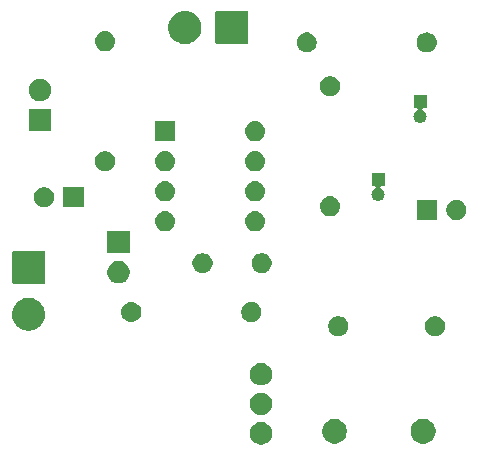
<source format=gbs>
G04 #@! TF.GenerationSoftware,KiCad,Pcbnew,(5.1.2)-1*
G04 #@! TF.CreationDate,2019-06-20T14:25:27-05:00*
G04 #@! TF.ProjectId,montaje,6d6f6e74-616a-4652-9e6b-696361645f70,rev?*
G04 #@! TF.SameCoordinates,Original*
G04 #@! TF.FileFunction,Soldermask,Bot*
G04 #@! TF.FilePolarity,Negative*
%FSLAX46Y46*%
G04 Gerber Fmt 4.6, Leading zero omitted, Abs format (unit mm)*
G04 Created by KiCad (PCBNEW (5.1.2)-1) date 2019-06-20 14:25:27*
%MOMM*%
%LPD*%
G04 APERTURE LIST*
%ADD10C,0.100000*%
G04 APERTURE END LIST*
D10*
G36*
X174775395Y-113559546D02*
G01*
X174948466Y-113631234D01*
X174948467Y-113631235D01*
X175104227Y-113735310D01*
X175236690Y-113867773D01*
X175236691Y-113867775D01*
X175340766Y-114023534D01*
X175412454Y-114196605D01*
X175449000Y-114380333D01*
X175449000Y-114567667D01*
X175412454Y-114751395D01*
X175340766Y-114924466D01*
X175340765Y-114924467D01*
X175236690Y-115080227D01*
X175104227Y-115212690D01*
X175025818Y-115265081D01*
X174948466Y-115316766D01*
X174775395Y-115388454D01*
X174591667Y-115425000D01*
X174404333Y-115425000D01*
X174220605Y-115388454D01*
X174047534Y-115316766D01*
X173970182Y-115265081D01*
X173891773Y-115212690D01*
X173759310Y-115080227D01*
X173655235Y-114924467D01*
X173655234Y-114924466D01*
X173583546Y-114751395D01*
X173547000Y-114567667D01*
X173547000Y-114380333D01*
X173583546Y-114196605D01*
X173655234Y-114023534D01*
X173759309Y-113867775D01*
X173759310Y-113867773D01*
X173891773Y-113735310D01*
X174047533Y-113631235D01*
X174047534Y-113631234D01*
X174220605Y-113559546D01*
X174404333Y-113523000D01*
X174591667Y-113523000D01*
X174775395Y-113559546D01*
X174775395Y-113559546D01*
G37*
G36*
X188527564Y-113289389D02*
G01*
X188718833Y-113368615D01*
X188718835Y-113368616D01*
X188890973Y-113483635D01*
X189037365Y-113630027D01*
X189152385Y-113802167D01*
X189231611Y-113993436D01*
X189272000Y-114196484D01*
X189272000Y-114403516D01*
X189231611Y-114606564D01*
X189171620Y-114751395D01*
X189152384Y-114797835D01*
X189037365Y-114969973D01*
X188890973Y-115116365D01*
X188718835Y-115231384D01*
X188718834Y-115231385D01*
X188718833Y-115231385D01*
X188527564Y-115310611D01*
X188324516Y-115351000D01*
X188117484Y-115351000D01*
X187914436Y-115310611D01*
X187723167Y-115231385D01*
X187723166Y-115231385D01*
X187723165Y-115231384D01*
X187551027Y-115116365D01*
X187404635Y-114969973D01*
X187289616Y-114797835D01*
X187270380Y-114751395D01*
X187210389Y-114606564D01*
X187170000Y-114403516D01*
X187170000Y-114196484D01*
X187210389Y-113993436D01*
X187289615Y-113802167D01*
X187404635Y-113630027D01*
X187551027Y-113483635D01*
X187723165Y-113368616D01*
X187723167Y-113368615D01*
X187914436Y-113289389D01*
X188117484Y-113249000D01*
X188324516Y-113249000D01*
X188527564Y-113289389D01*
X188527564Y-113289389D01*
G37*
G36*
X181027564Y-113289389D02*
G01*
X181218833Y-113368615D01*
X181218835Y-113368616D01*
X181390973Y-113483635D01*
X181537365Y-113630027D01*
X181652385Y-113802167D01*
X181731611Y-113993436D01*
X181772000Y-114196484D01*
X181772000Y-114403516D01*
X181731611Y-114606564D01*
X181671620Y-114751395D01*
X181652384Y-114797835D01*
X181537365Y-114969973D01*
X181390973Y-115116365D01*
X181218835Y-115231384D01*
X181218834Y-115231385D01*
X181218833Y-115231385D01*
X181027564Y-115310611D01*
X180824516Y-115351000D01*
X180617484Y-115351000D01*
X180414436Y-115310611D01*
X180223167Y-115231385D01*
X180223166Y-115231385D01*
X180223165Y-115231384D01*
X180051027Y-115116365D01*
X179904635Y-114969973D01*
X179789616Y-114797835D01*
X179770380Y-114751395D01*
X179710389Y-114606564D01*
X179670000Y-114403516D01*
X179670000Y-114196484D01*
X179710389Y-113993436D01*
X179789615Y-113802167D01*
X179904635Y-113630027D01*
X180051027Y-113483635D01*
X180223165Y-113368616D01*
X180223167Y-113368615D01*
X180414436Y-113289389D01*
X180617484Y-113249000D01*
X180824516Y-113249000D01*
X181027564Y-113289389D01*
X181027564Y-113289389D01*
G37*
G36*
X174775395Y-111059546D02*
G01*
X174948466Y-111131234D01*
X174948467Y-111131235D01*
X175104227Y-111235310D01*
X175236690Y-111367773D01*
X175236691Y-111367775D01*
X175340766Y-111523534D01*
X175412454Y-111696605D01*
X175449000Y-111880333D01*
X175449000Y-112067667D01*
X175412454Y-112251395D01*
X175340766Y-112424466D01*
X175340765Y-112424467D01*
X175236690Y-112580227D01*
X175104227Y-112712690D01*
X175025818Y-112765081D01*
X174948466Y-112816766D01*
X174775395Y-112888454D01*
X174591667Y-112925000D01*
X174404333Y-112925000D01*
X174220605Y-112888454D01*
X174047534Y-112816766D01*
X173970182Y-112765081D01*
X173891773Y-112712690D01*
X173759310Y-112580227D01*
X173655235Y-112424467D01*
X173655234Y-112424466D01*
X173583546Y-112251395D01*
X173547000Y-112067667D01*
X173547000Y-111880333D01*
X173583546Y-111696605D01*
X173655234Y-111523534D01*
X173759309Y-111367775D01*
X173759310Y-111367773D01*
X173891773Y-111235310D01*
X174047533Y-111131235D01*
X174047534Y-111131234D01*
X174220605Y-111059546D01*
X174404333Y-111023000D01*
X174591667Y-111023000D01*
X174775395Y-111059546D01*
X174775395Y-111059546D01*
G37*
G36*
X174775395Y-108559546D02*
G01*
X174948466Y-108631234D01*
X174948467Y-108631235D01*
X175104227Y-108735310D01*
X175236690Y-108867773D01*
X175236691Y-108867775D01*
X175340766Y-109023534D01*
X175412454Y-109196605D01*
X175449000Y-109380333D01*
X175449000Y-109567667D01*
X175412454Y-109751395D01*
X175340766Y-109924466D01*
X175340765Y-109924467D01*
X175236690Y-110080227D01*
X175104227Y-110212690D01*
X175025818Y-110265081D01*
X174948466Y-110316766D01*
X174775395Y-110388454D01*
X174591667Y-110425000D01*
X174404333Y-110425000D01*
X174220605Y-110388454D01*
X174047534Y-110316766D01*
X173970182Y-110265081D01*
X173891773Y-110212690D01*
X173759310Y-110080227D01*
X173655235Y-109924467D01*
X173655234Y-109924466D01*
X173583546Y-109751395D01*
X173547000Y-109567667D01*
X173547000Y-109380333D01*
X173583546Y-109196605D01*
X173655234Y-109023534D01*
X173759309Y-108867775D01*
X173759310Y-108867773D01*
X173891773Y-108735310D01*
X174047533Y-108631235D01*
X174047534Y-108631234D01*
X174220605Y-108559546D01*
X174404333Y-108523000D01*
X174591667Y-108523000D01*
X174775395Y-108559546D01*
X174775395Y-108559546D01*
G37*
G36*
X181278228Y-104591703D02*
G01*
X181433100Y-104655853D01*
X181572481Y-104748985D01*
X181691015Y-104867519D01*
X181784147Y-105006900D01*
X181848297Y-105161772D01*
X181881000Y-105326184D01*
X181881000Y-105493816D01*
X181848297Y-105658228D01*
X181784147Y-105813100D01*
X181691015Y-105952481D01*
X181572481Y-106071015D01*
X181433100Y-106164147D01*
X181278228Y-106228297D01*
X181113816Y-106261000D01*
X180946184Y-106261000D01*
X180781772Y-106228297D01*
X180626900Y-106164147D01*
X180487519Y-106071015D01*
X180368985Y-105952481D01*
X180275853Y-105813100D01*
X180211703Y-105658228D01*
X180179000Y-105493816D01*
X180179000Y-105326184D01*
X180211703Y-105161772D01*
X180275853Y-105006900D01*
X180368985Y-104867519D01*
X180487519Y-104748985D01*
X180626900Y-104655853D01*
X180781772Y-104591703D01*
X180946184Y-104559000D01*
X181113816Y-104559000D01*
X181278228Y-104591703D01*
X181278228Y-104591703D01*
G37*
G36*
X189478228Y-104591703D02*
G01*
X189633100Y-104655853D01*
X189772481Y-104748985D01*
X189891015Y-104867519D01*
X189984147Y-105006900D01*
X190048297Y-105161772D01*
X190081000Y-105326184D01*
X190081000Y-105493816D01*
X190048297Y-105658228D01*
X189984147Y-105813100D01*
X189891015Y-105952481D01*
X189772481Y-106071015D01*
X189633100Y-106164147D01*
X189478228Y-106228297D01*
X189313816Y-106261000D01*
X189146184Y-106261000D01*
X188981772Y-106228297D01*
X188826900Y-106164147D01*
X188687519Y-106071015D01*
X188568985Y-105952481D01*
X188475853Y-105813100D01*
X188411703Y-105658228D01*
X188379000Y-105493816D01*
X188379000Y-105326184D01*
X188411703Y-105161772D01*
X188475853Y-105006900D01*
X188568985Y-104867519D01*
X188687519Y-104748985D01*
X188826900Y-104655853D01*
X188981772Y-104591703D01*
X189146184Y-104559000D01*
X189313816Y-104559000D01*
X189478228Y-104591703D01*
X189478228Y-104591703D01*
G37*
G36*
X155131433Y-103028893D02*
G01*
X155221657Y-103046839D01*
X155327267Y-103090585D01*
X155476621Y-103152449D01*
X155476622Y-103152450D01*
X155706086Y-103305772D01*
X155901228Y-103500914D01*
X155966660Y-103598841D01*
X156054551Y-103730379D01*
X156083556Y-103800403D01*
X156147705Y-103955271D01*
X156160161Y-103985344D01*
X156214000Y-104256012D01*
X156214000Y-104531988D01*
X156178107Y-104712433D01*
X156160161Y-104802657D01*
X156116415Y-104908267D01*
X156054551Y-105057621D01*
X156054550Y-105057622D01*
X155901228Y-105287086D01*
X155706086Y-105482228D01*
X155552763Y-105584675D01*
X155476621Y-105635551D01*
X155421871Y-105658229D01*
X155221657Y-105741161D01*
X155131433Y-105759107D01*
X154950988Y-105795000D01*
X154675012Y-105795000D01*
X154494567Y-105759107D01*
X154404343Y-105741161D01*
X154204129Y-105658229D01*
X154149379Y-105635551D01*
X154073237Y-105584675D01*
X153919914Y-105482228D01*
X153724772Y-105287086D01*
X153571450Y-105057622D01*
X153571449Y-105057621D01*
X153509585Y-104908267D01*
X153465839Y-104802657D01*
X153447893Y-104712433D01*
X153412000Y-104531988D01*
X153412000Y-104256012D01*
X153465839Y-103985344D01*
X153478296Y-103955271D01*
X153542444Y-103800403D01*
X153571449Y-103730379D01*
X153659340Y-103598841D01*
X153724772Y-103500914D01*
X153919914Y-103305772D01*
X154149378Y-103152450D01*
X154149379Y-103152449D01*
X154298733Y-103090585D01*
X154404343Y-103046839D01*
X154494567Y-103028893D01*
X154675012Y-102993000D01*
X154950988Y-102993000D01*
X155131433Y-103028893D01*
X155131433Y-103028893D01*
G37*
G36*
X163679323Y-103364813D02*
G01*
X163839742Y-103413476D01*
X163906861Y-103449352D01*
X163987578Y-103492496D01*
X164117159Y-103598841D01*
X164223504Y-103728422D01*
X164223505Y-103728424D01*
X164302524Y-103876258D01*
X164351187Y-104036677D01*
X164367617Y-104203500D01*
X164351187Y-104370323D01*
X164302524Y-104530742D01*
X164261977Y-104606600D01*
X164223504Y-104678578D01*
X164117159Y-104808159D01*
X163987578Y-104914504D01*
X163987576Y-104914505D01*
X163839742Y-104993524D01*
X163679323Y-105042187D01*
X163554304Y-105054500D01*
X163470696Y-105054500D01*
X163345677Y-105042187D01*
X163185258Y-104993524D01*
X163037424Y-104914505D01*
X163037422Y-104914504D01*
X162907841Y-104808159D01*
X162801496Y-104678578D01*
X162763023Y-104606600D01*
X162722476Y-104530742D01*
X162673813Y-104370323D01*
X162657383Y-104203500D01*
X162673813Y-104036677D01*
X162722476Y-103876258D01*
X162801495Y-103728424D01*
X162801496Y-103728422D01*
X162907841Y-103598841D01*
X163037422Y-103492496D01*
X163118139Y-103449352D01*
X163185258Y-103413476D01*
X163345677Y-103364813D01*
X163470696Y-103352500D01*
X163554304Y-103352500D01*
X163679323Y-103364813D01*
X163679323Y-103364813D01*
G37*
G36*
X173920728Y-103385203D02*
G01*
X174075600Y-103449353D01*
X174214981Y-103542485D01*
X174333515Y-103661019D01*
X174426647Y-103800400D01*
X174490797Y-103955272D01*
X174523500Y-104119684D01*
X174523500Y-104287316D01*
X174490797Y-104451728D01*
X174426647Y-104606600D01*
X174333515Y-104745981D01*
X174214981Y-104864515D01*
X174075600Y-104957647D01*
X173920728Y-105021797D01*
X173756316Y-105054500D01*
X173588684Y-105054500D01*
X173424272Y-105021797D01*
X173269400Y-104957647D01*
X173130019Y-104864515D01*
X173011485Y-104745981D01*
X172918353Y-104606600D01*
X172854203Y-104451728D01*
X172821500Y-104287316D01*
X172821500Y-104119684D01*
X172854203Y-103955272D01*
X172918353Y-103800400D01*
X173011485Y-103661019D01*
X173130019Y-103542485D01*
X173269400Y-103449353D01*
X173424272Y-103385203D01*
X173588684Y-103352500D01*
X173756316Y-103352500D01*
X173920728Y-103385203D01*
X173920728Y-103385203D01*
G37*
G36*
X156087031Y-99036621D02*
G01*
X156116486Y-99045556D01*
X156143623Y-99060062D01*
X156167414Y-99079586D01*
X156186938Y-99103377D01*
X156201444Y-99130514D01*
X156210379Y-99159969D01*
X156214000Y-99196734D01*
X156214000Y-101671266D01*
X156210379Y-101708031D01*
X156201444Y-101737486D01*
X156186938Y-101764623D01*
X156167414Y-101788414D01*
X156143623Y-101807938D01*
X156116486Y-101822444D01*
X156087031Y-101831379D01*
X156050266Y-101835000D01*
X153575734Y-101835000D01*
X153538969Y-101831379D01*
X153509514Y-101822444D01*
X153482377Y-101807938D01*
X153458586Y-101788414D01*
X153439062Y-101764623D01*
X153424556Y-101737486D01*
X153415621Y-101708031D01*
X153412000Y-101671266D01*
X153412000Y-99196734D01*
X153415621Y-99159969D01*
X153424556Y-99130514D01*
X153439062Y-99103377D01*
X153458586Y-99079586D01*
X153482377Y-99060062D01*
X153509514Y-99045556D01*
X153538969Y-99036621D01*
X153575734Y-99033000D01*
X156050266Y-99033000D01*
X156087031Y-99036621D01*
X156087031Y-99036621D01*
G37*
G36*
X162710395Y-99923546D02*
G01*
X162883466Y-99995234D01*
X162883467Y-99995235D01*
X163039227Y-100099310D01*
X163171690Y-100231773D01*
X163171691Y-100231775D01*
X163275766Y-100387534D01*
X163347454Y-100560605D01*
X163384000Y-100744333D01*
X163384000Y-100931667D01*
X163347454Y-101115395D01*
X163275766Y-101288466D01*
X163275765Y-101288467D01*
X163171690Y-101444227D01*
X163039227Y-101576690D01*
X162965175Y-101626170D01*
X162883466Y-101680766D01*
X162710395Y-101752454D01*
X162526667Y-101789000D01*
X162339333Y-101789000D01*
X162155605Y-101752454D01*
X161982534Y-101680766D01*
X161900825Y-101626170D01*
X161826773Y-101576690D01*
X161694310Y-101444227D01*
X161590235Y-101288467D01*
X161590234Y-101288466D01*
X161518546Y-101115395D01*
X161482000Y-100931667D01*
X161482000Y-100744333D01*
X161518546Y-100560605D01*
X161590234Y-100387534D01*
X161694309Y-100231775D01*
X161694310Y-100231773D01*
X161826773Y-100099310D01*
X161982533Y-99995235D01*
X161982534Y-99995234D01*
X162155605Y-99923546D01*
X162339333Y-99887000D01*
X162526667Y-99887000D01*
X162710395Y-99923546D01*
X162710395Y-99923546D01*
G37*
G36*
X174793228Y-99257703D02*
G01*
X174948100Y-99321853D01*
X175087481Y-99414985D01*
X175206015Y-99533519D01*
X175299147Y-99672900D01*
X175363297Y-99827772D01*
X175396000Y-99992184D01*
X175396000Y-100159816D01*
X175363297Y-100324228D01*
X175299147Y-100479100D01*
X175206015Y-100618481D01*
X175087481Y-100737015D01*
X174948100Y-100830147D01*
X174793228Y-100894297D01*
X174628816Y-100927000D01*
X174461184Y-100927000D01*
X174296772Y-100894297D01*
X174141900Y-100830147D01*
X174002519Y-100737015D01*
X173883985Y-100618481D01*
X173790853Y-100479100D01*
X173726703Y-100324228D01*
X173694000Y-100159816D01*
X173694000Y-99992184D01*
X173726703Y-99827772D01*
X173790853Y-99672900D01*
X173883985Y-99533519D01*
X174002519Y-99414985D01*
X174141900Y-99321853D01*
X174296772Y-99257703D01*
X174461184Y-99225000D01*
X174628816Y-99225000D01*
X174793228Y-99257703D01*
X174793228Y-99257703D01*
G37*
G36*
X169793228Y-99257703D02*
G01*
X169948100Y-99321853D01*
X170087481Y-99414985D01*
X170206015Y-99533519D01*
X170299147Y-99672900D01*
X170363297Y-99827772D01*
X170396000Y-99992184D01*
X170396000Y-100159816D01*
X170363297Y-100324228D01*
X170299147Y-100479100D01*
X170206015Y-100618481D01*
X170087481Y-100737015D01*
X169948100Y-100830147D01*
X169793228Y-100894297D01*
X169628816Y-100927000D01*
X169461184Y-100927000D01*
X169296772Y-100894297D01*
X169141900Y-100830147D01*
X169002519Y-100737015D01*
X168883985Y-100618481D01*
X168790853Y-100479100D01*
X168726703Y-100324228D01*
X168694000Y-100159816D01*
X168694000Y-99992184D01*
X168726703Y-99827772D01*
X168790853Y-99672900D01*
X168883985Y-99533519D01*
X169002519Y-99414985D01*
X169141900Y-99321853D01*
X169296772Y-99257703D01*
X169461184Y-99225000D01*
X169628816Y-99225000D01*
X169793228Y-99257703D01*
X169793228Y-99257703D01*
G37*
G36*
X163384000Y-99249000D02*
G01*
X161482000Y-99249000D01*
X161482000Y-97347000D01*
X163384000Y-97347000D01*
X163384000Y-99249000D01*
X163384000Y-99249000D01*
G37*
G36*
X174156823Y-95681313D02*
G01*
X174317242Y-95729976D01*
X174449906Y-95800886D01*
X174465078Y-95808996D01*
X174594659Y-95915341D01*
X174701004Y-96044922D01*
X174701005Y-96044924D01*
X174780024Y-96192758D01*
X174828687Y-96353177D01*
X174845117Y-96520000D01*
X174828687Y-96686823D01*
X174780024Y-96847242D01*
X174709114Y-96979906D01*
X174701004Y-96995078D01*
X174594659Y-97124659D01*
X174465078Y-97231004D01*
X174465076Y-97231005D01*
X174317242Y-97310024D01*
X174156823Y-97358687D01*
X174031804Y-97371000D01*
X173948196Y-97371000D01*
X173823177Y-97358687D01*
X173662758Y-97310024D01*
X173514924Y-97231005D01*
X173514922Y-97231004D01*
X173385341Y-97124659D01*
X173278996Y-96995078D01*
X173270886Y-96979906D01*
X173199976Y-96847242D01*
X173151313Y-96686823D01*
X173134883Y-96520000D01*
X173151313Y-96353177D01*
X173199976Y-96192758D01*
X173278995Y-96044924D01*
X173278996Y-96044922D01*
X173385341Y-95915341D01*
X173514922Y-95808996D01*
X173530094Y-95800886D01*
X173662758Y-95729976D01*
X173823177Y-95681313D01*
X173948196Y-95669000D01*
X174031804Y-95669000D01*
X174156823Y-95681313D01*
X174156823Y-95681313D01*
G37*
G36*
X166536823Y-95681313D02*
G01*
X166697242Y-95729976D01*
X166829906Y-95800886D01*
X166845078Y-95808996D01*
X166974659Y-95915341D01*
X167081004Y-96044922D01*
X167081005Y-96044924D01*
X167160024Y-96192758D01*
X167208687Y-96353177D01*
X167225117Y-96520000D01*
X167208687Y-96686823D01*
X167160024Y-96847242D01*
X167089114Y-96979906D01*
X167081004Y-96995078D01*
X166974659Y-97124659D01*
X166845078Y-97231004D01*
X166845076Y-97231005D01*
X166697242Y-97310024D01*
X166536823Y-97358687D01*
X166411804Y-97371000D01*
X166328196Y-97371000D01*
X166203177Y-97358687D01*
X166042758Y-97310024D01*
X165894924Y-97231005D01*
X165894922Y-97231004D01*
X165765341Y-97124659D01*
X165658996Y-96995078D01*
X165650886Y-96979906D01*
X165579976Y-96847242D01*
X165531313Y-96686823D01*
X165514883Y-96520000D01*
X165531313Y-96353177D01*
X165579976Y-96192758D01*
X165658995Y-96044924D01*
X165658996Y-96044922D01*
X165765341Y-95915341D01*
X165894922Y-95808996D01*
X165910094Y-95800886D01*
X166042758Y-95729976D01*
X166203177Y-95681313D01*
X166328196Y-95669000D01*
X166411804Y-95669000D01*
X166536823Y-95681313D01*
X166536823Y-95681313D01*
G37*
G36*
X189382500Y-96418500D02*
G01*
X187680500Y-96418500D01*
X187680500Y-94716500D01*
X189382500Y-94716500D01*
X189382500Y-96418500D01*
X189382500Y-96418500D01*
G37*
G36*
X191279728Y-94749203D02*
G01*
X191434600Y-94813353D01*
X191573981Y-94906485D01*
X191692515Y-95025019D01*
X191785647Y-95164400D01*
X191849797Y-95319272D01*
X191882500Y-95483684D01*
X191882500Y-95651316D01*
X191849797Y-95815728D01*
X191785647Y-95970600D01*
X191692515Y-96109981D01*
X191573981Y-96228515D01*
X191434600Y-96321647D01*
X191279728Y-96385797D01*
X191115316Y-96418500D01*
X190947684Y-96418500D01*
X190783272Y-96385797D01*
X190628400Y-96321647D01*
X190489019Y-96228515D01*
X190370485Y-96109981D01*
X190277353Y-95970600D01*
X190213203Y-95815728D01*
X190180500Y-95651316D01*
X190180500Y-95483684D01*
X190213203Y-95319272D01*
X190277353Y-95164400D01*
X190370485Y-95025019D01*
X190489019Y-94906485D01*
X190628400Y-94813353D01*
X190783272Y-94749203D01*
X190947684Y-94716500D01*
X191115316Y-94716500D01*
X191279728Y-94749203D01*
X191279728Y-94749203D01*
G37*
G36*
X180506823Y-94411313D02*
G01*
X180667242Y-94459976D01*
X180799906Y-94530886D01*
X180815078Y-94538996D01*
X180944659Y-94645341D01*
X181051004Y-94774922D01*
X181051005Y-94774924D01*
X181130024Y-94922758D01*
X181178687Y-95083177D01*
X181195117Y-95250000D01*
X181178687Y-95416823D01*
X181130024Y-95577242D01*
X181080978Y-95669000D01*
X181051004Y-95725078D01*
X180944659Y-95854659D01*
X180815078Y-95961004D01*
X180815076Y-95961005D01*
X180667242Y-96040024D01*
X180506823Y-96088687D01*
X180381804Y-96101000D01*
X180298196Y-96101000D01*
X180173177Y-96088687D01*
X180012758Y-96040024D01*
X179864924Y-95961005D01*
X179864922Y-95961004D01*
X179735341Y-95854659D01*
X179628996Y-95725078D01*
X179599022Y-95669000D01*
X179549976Y-95577242D01*
X179501313Y-95416823D01*
X179484883Y-95250000D01*
X179501313Y-95083177D01*
X179549976Y-94922758D01*
X179628995Y-94774924D01*
X179628996Y-94774922D01*
X179735341Y-94645341D01*
X179864922Y-94538996D01*
X179880094Y-94530886D01*
X180012758Y-94459976D01*
X180173177Y-94411313D01*
X180298196Y-94399000D01*
X180381804Y-94399000D01*
X180506823Y-94411313D01*
X180506823Y-94411313D01*
G37*
G36*
X156371228Y-93669703D02*
G01*
X156526100Y-93733853D01*
X156665481Y-93826985D01*
X156784015Y-93945519D01*
X156877147Y-94084900D01*
X156941297Y-94239772D01*
X156974000Y-94404184D01*
X156974000Y-94571816D01*
X156941297Y-94736228D01*
X156877147Y-94891100D01*
X156784015Y-95030481D01*
X156665481Y-95149015D01*
X156526100Y-95242147D01*
X156371228Y-95306297D01*
X156206816Y-95339000D01*
X156039184Y-95339000D01*
X155874772Y-95306297D01*
X155719900Y-95242147D01*
X155580519Y-95149015D01*
X155461985Y-95030481D01*
X155368853Y-94891100D01*
X155304703Y-94736228D01*
X155272000Y-94571816D01*
X155272000Y-94404184D01*
X155304703Y-94239772D01*
X155368853Y-94084900D01*
X155461985Y-93945519D01*
X155580519Y-93826985D01*
X155719900Y-93733853D01*
X155874772Y-93669703D01*
X156039184Y-93637000D01*
X156206816Y-93637000D01*
X156371228Y-93669703D01*
X156371228Y-93669703D01*
G37*
G36*
X159474000Y-95339000D02*
G01*
X157772000Y-95339000D01*
X157772000Y-93637000D01*
X159474000Y-93637000D01*
X159474000Y-95339000D01*
X159474000Y-95339000D01*
G37*
G36*
X166536823Y-93141313D02*
G01*
X166697242Y-93189976D01*
X166829906Y-93260886D01*
X166845078Y-93268996D01*
X166974659Y-93375341D01*
X167081004Y-93504922D01*
X167081005Y-93504924D01*
X167160024Y-93652758D01*
X167208687Y-93813177D01*
X167225117Y-93980000D01*
X167208687Y-94146823D01*
X167160024Y-94307242D01*
X167141438Y-94342013D01*
X167081004Y-94455078D01*
X166974659Y-94584659D01*
X166845078Y-94691004D01*
X166845076Y-94691005D01*
X166697242Y-94770024D01*
X166536823Y-94818687D01*
X166411804Y-94831000D01*
X166328196Y-94831000D01*
X166203177Y-94818687D01*
X166042758Y-94770024D01*
X165894924Y-94691005D01*
X165894922Y-94691004D01*
X165765341Y-94584659D01*
X165658996Y-94455078D01*
X165598562Y-94342013D01*
X165579976Y-94307242D01*
X165531313Y-94146823D01*
X165514883Y-93980000D01*
X165531313Y-93813177D01*
X165579976Y-93652758D01*
X165658995Y-93504924D01*
X165658996Y-93504922D01*
X165765341Y-93375341D01*
X165894922Y-93268996D01*
X165910094Y-93260886D01*
X166042758Y-93189976D01*
X166203177Y-93141313D01*
X166328196Y-93129000D01*
X166411804Y-93129000D01*
X166536823Y-93141313D01*
X166536823Y-93141313D01*
G37*
G36*
X174156823Y-93141313D02*
G01*
X174317242Y-93189976D01*
X174449906Y-93260886D01*
X174465078Y-93268996D01*
X174594659Y-93375341D01*
X174701004Y-93504922D01*
X174701005Y-93504924D01*
X174780024Y-93652758D01*
X174828687Y-93813177D01*
X174845117Y-93980000D01*
X174828687Y-94146823D01*
X174780024Y-94307242D01*
X174761438Y-94342013D01*
X174701004Y-94455078D01*
X174594659Y-94584659D01*
X174465078Y-94691004D01*
X174465076Y-94691005D01*
X174317242Y-94770024D01*
X174156823Y-94818687D01*
X174031804Y-94831000D01*
X173948196Y-94831000D01*
X173823177Y-94818687D01*
X173662758Y-94770024D01*
X173514924Y-94691005D01*
X173514922Y-94691004D01*
X173385341Y-94584659D01*
X173278996Y-94455078D01*
X173218562Y-94342013D01*
X173199976Y-94307242D01*
X173151313Y-94146823D01*
X173134883Y-93980000D01*
X173151313Y-93813177D01*
X173199976Y-93652758D01*
X173278995Y-93504924D01*
X173278996Y-93504922D01*
X173385341Y-93375341D01*
X173514922Y-93268996D01*
X173530094Y-93260886D01*
X173662758Y-93189976D01*
X173823177Y-93141313D01*
X173948196Y-93129000D01*
X174031804Y-93129000D01*
X174156823Y-93141313D01*
X174156823Y-93141313D01*
G37*
G36*
X184955000Y-93515000D02*
G01*
X184726735Y-93515000D01*
X184702349Y-93517402D01*
X184678900Y-93524515D01*
X184657289Y-93536066D01*
X184638347Y-93551611D01*
X184622802Y-93570553D01*
X184611251Y-93592164D01*
X184604138Y-93615613D01*
X184601736Y-93639999D01*
X184604138Y-93664385D01*
X184611251Y-93687834D01*
X184622802Y-93709445D01*
X184638347Y-93728387D01*
X184657289Y-93743932D01*
X184667802Y-93750233D01*
X184711600Y-93773644D01*
X184711602Y-93773645D01*
X184711601Y-93773645D01*
X184795501Y-93842499D01*
X184864357Y-93926400D01*
X184900995Y-93994945D01*
X184915521Y-94022121D01*
X184947027Y-94125985D01*
X184957666Y-94234000D01*
X184947027Y-94342015D01*
X184915521Y-94445879D01*
X184915519Y-94445882D01*
X184864357Y-94541600D01*
X184795501Y-94625501D01*
X184711600Y-94694357D01*
X184643055Y-94730995D01*
X184615879Y-94745521D01*
X184512015Y-94777027D01*
X184431067Y-94785000D01*
X184376933Y-94785000D01*
X184295985Y-94777027D01*
X184192121Y-94745521D01*
X184164945Y-94730995D01*
X184096400Y-94694357D01*
X184012499Y-94625501D01*
X183943643Y-94541600D01*
X183892481Y-94445882D01*
X183892479Y-94445879D01*
X183860973Y-94342015D01*
X183850334Y-94234000D01*
X183860973Y-94125985D01*
X183892479Y-94022121D01*
X183907005Y-93994945D01*
X183943643Y-93926400D01*
X184012499Y-93842499D01*
X184096399Y-93773645D01*
X184096398Y-93773645D01*
X184096400Y-93773644D01*
X184140193Y-93750236D01*
X184160563Y-93736625D01*
X184177890Y-93719298D01*
X184191504Y-93698924D01*
X184200881Y-93676285D01*
X184205662Y-93652252D01*
X184205662Y-93627748D01*
X184200882Y-93603714D01*
X184191505Y-93581076D01*
X184177891Y-93560701D01*
X184160564Y-93543374D01*
X184140190Y-93529760D01*
X184117551Y-93520383D01*
X184093518Y-93515602D01*
X184081265Y-93515000D01*
X183853000Y-93515000D01*
X183853000Y-92413000D01*
X184955000Y-92413000D01*
X184955000Y-93515000D01*
X184955000Y-93515000D01*
G37*
G36*
X174156823Y-90601313D02*
G01*
X174317242Y-90649976D01*
X174384361Y-90685852D01*
X174465078Y-90728996D01*
X174594659Y-90835341D01*
X174701004Y-90964922D01*
X174701005Y-90964924D01*
X174780024Y-91112758D01*
X174828687Y-91273177D01*
X174845117Y-91440000D01*
X174828687Y-91606823D01*
X174780024Y-91767242D01*
X174739477Y-91843100D01*
X174701004Y-91915078D01*
X174594659Y-92044659D01*
X174465078Y-92151004D01*
X174465076Y-92151005D01*
X174317242Y-92230024D01*
X174156823Y-92278687D01*
X174031804Y-92291000D01*
X173948196Y-92291000D01*
X173823177Y-92278687D01*
X173662758Y-92230024D01*
X173514924Y-92151005D01*
X173514922Y-92151004D01*
X173385341Y-92044659D01*
X173278996Y-91915078D01*
X173240523Y-91843100D01*
X173199976Y-91767242D01*
X173151313Y-91606823D01*
X173134883Y-91440000D01*
X173151313Y-91273177D01*
X173199976Y-91112758D01*
X173278995Y-90964924D01*
X173278996Y-90964922D01*
X173385341Y-90835341D01*
X173514922Y-90728996D01*
X173595639Y-90685852D01*
X173662758Y-90649976D01*
X173823177Y-90601313D01*
X173948196Y-90589000D01*
X174031804Y-90589000D01*
X174156823Y-90601313D01*
X174156823Y-90601313D01*
G37*
G36*
X166536823Y-90601313D02*
G01*
X166697242Y-90649976D01*
X166764361Y-90685852D01*
X166845078Y-90728996D01*
X166974659Y-90835341D01*
X167081004Y-90964922D01*
X167081005Y-90964924D01*
X167160024Y-91112758D01*
X167208687Y-91273177D01*
X167225117Y-91440000D01*
X167208687Y-91606823D01*
X167160024Y-91767242D01*
X167119477Y-91843100D01*
X167081004Y-91915078D01*
X166974659Y-92044659D01*
X166845078Y-92151004D01*
X166845076Y-92151005D01*
X166697242Y-92230024D01*
X166536823Y-92278687D01*
X166411804Y-92291000D01*
X166328196Y-92291000D01*
X166203177Y-92278687D01*
X166042758Y-92230024D01*
X165894924Y-92151005D01*
X165894922Y-92151004D01*
X165765341Y-92044659D01*
X165658996Y-91915078D01*
X165620523Y-91843100D01*
X165579976Y-91767242D01*
X165531313Y-91606823D01*
X165514883Y-91440000D01*
X165531313Y-91273177D01*
X165579976Y-91112758D01*
X165658995Y-90964924D01*
X165658996Y-90964922D01*
X165765341Y-90835341D01*
X165894922Y-90728996D01*
X165975639Y-90685852D01*
X166042758Y-90649976D01*
X166203177Y-90601313D01*
X166328196Y-90589000D01*
X166411804Y-90589000D01*
X166536823Y-90601313D01*
X166536823Y-90601313D01*
G37*
G36*
X161538228Y-90621703D02*
G01*
X161693100Y-90685853D01*
X161832481Y-90778985D01*
X161951015Y-90897519D01*
X162044147Y-91036900D01*
X162108297Y-91191772D01*
X162141000Y-91356184D01*
X162141000Y-91523816D01*
X162108297Y-91688228D01*
X162044147Y-91843100D01*
X161951015Y-91982481D01*
X161832481Y-92101015D01*
X161693100Y-92194147D01*
X161538228Y-92258297D01*
X161373816Y-92291000D01*
X161206184Y-92291000D01*
X161041772Y-92258297D01*
X160886900Y-92194147D01*
X160747519Y-92101015D01*
X160628985Y-91982481D01*
X160535853Y-91843100D01*
X160471703Y-91688228D01*
X160439000Y-91523816D01*
X160439000Y-91356184D01*
X160471703Y-91191772D01*
X160535853Y-91036900D01*
X160628985Y-90897519D01*
X160747519Y-90778985D01*
X160886900Y-90685853D01*
X161041772Y-90621703D01*
X161206184Y-90589000D01*
X161373816Y-90589000D01*
X161538228Y-90621703D01*
X161538228Y-90621703D01*
G37*
G36*
X167221000Y-89751000D02*
G01*
X165519000Y-89751000D01*
X165519000Y-88049000D01*
X167221000Y-88049000D01*
X167221000Y-89751000D01*
X167221000Y-89751000D01*
G37*
G36*
X174156823Y-88061313D02*
G01*
X174317242Y-88109976D01*
X174376258Y-88141521D01*
X174465078Y-88188996D01*
X174594659Y-88295341D01*
X174701004Y-88424922D01*
X174701005Y-88424924D01*
X174780024Y-88572758D01*
X174828687Y-88733177D01*
X174845117Y-88900000D01*
X174828687Y-89066823D01*
X174780024Y-89227242D01*
X174709114Y-89359906D01*
X174701004Y-89375078D01*
X174594659Y-89504659D01*
X174465078Y-89611004D01*
X174465076Y-89611005D01*
X174317242Y-89690024D01*
X174156823Y-89738687D01*
X174031804Y-89751000D01*
X173948196Y-89751000D01*
X173823177Y-89738687D01*
X173662758Y-89690024D01*
X173514924Y-89611005D01*
X173514922Y-89611004D01*
X173385341Y-89504659D01*
X173278996Y-89375078D01*
X173270886Y-89359906D01*
X173199976Y-89227242D01*
X173151313Y-89066823D01*
X173134883Y-88900000D01*
X173151313Y-88733177D01*
X173199976Y-88572758D01*
X173278995Y-88424924D01*
X173278996Y-88424922D01*
X173385341Y-88295341D01*
X173514922Y-88188996D01*
X173603742Y-88141521D01*
X173662758Y-88109976D01*
X173823177Y-88061313D01*
X173948196Y-88049000D01*
X174031804Y-88049000D01*
X174156823Y-88061313D01*
X174156823Y-88061313D01*
G37*
G36*
X156716500Y-88898500D02*
G01*
X154814500Y-88898500D01*
X154814500Y-86996500D01*
X156716500Y-86996500D01*
X156716500Y-88898500D01*
X156716500Y-88898500D01*
G37*
G36*
X188511000Y-86911000D02*
G01*
X188282735Y-86911000D01*
X188258349Y-86913402D01*
X188234900Y-86920515D01*
X188213289Y-86932066D01*
X188194347Y-86947611D01*
X188178802Y-86966553D01*
X188167251Y-86988164D01*
X188160138Y-87011613D01*
X188157736Y-87035999D01*
X188160138Y-87060385D01*
X188167251Y-87083834D01*
X188178802Y-87105445D01*
X188194347Y-87124387D01*
X188213289Y-87139932D01*
X188223802Y-87146233D01*
X188267600Y-87169644D01*
X188267602Y-87169645D01*
X188267601Y-87169645D01*
X188351501Y-87238499D01*
X188420357Y-87322400D01*
X188456995Y-87390945D01*
X188471521Y-87418121D01*
X188503027Y-87521985D01*
X188513666Y-87630000D01*
X188503027Y-87738015D01*
X188471521Y-87841879D01*
X188471519Y-87841882D01*
X188420357Y-87937600D01*
X188351501Y-88021501D01*
X188267600Y-88090357D01*
X188199055Y-88126995D01*
X188171879Y-88141521D01*
X188068015Y-88173027D01*
X187987067Y-88181000D01*
X187932933Y-88181000D01*
X187851985Y-88173027D01*
X187748121Y-88141521D01*
X187720945Y-88126995D01*
X187652400Y-88090357D01*
X187568499Y-88021501D01*
X187499643Y-87937600D01*
X187448481Y-87841882D01*
X187448479Y-87841879D01*
X187416973Y-87738015D01*
X187406334Y-87630000D01*
X187416973Y-87521985D01*
X187448479Y-87418121D01*
X187463005Y-87390945D01*
X187499643Y-87322400D01*
X187568499Y-87238499D01*
X187652399Y-87169645D01*
X187652398Y-87169645D01*
X187652400Y-87169644D01*
X187696193Y-87146236D01*
X187716563Y-87132625D01*
X187733890Y-87115298D01*
X187747504Y-87094924D01*
X187756881Y-87072285D01*
X187761662Y-87048252D01*
X187761662Y-87023748D01*
X187756882Y-86999714D01*
X187747505Y-86977076D01*
X187733891Y-86956701D01*
X187716564Y-86939374D01*
X187696190Y-86925760D01*
X187673551Y-86916383D01*
X187649518Y-86911602D01*
X187637265Y-86911000D01*
X187409000Y-86911000D01*
X187409000Y-85809000D01*
X188511000Y-85809000D01*
X188511000Y-86911000D01*
X188511000Y-86911000D01*
G37*
G36*
X156042895Y-84493046D02*
G01*
X156215966Y-84564734D01*
X156215967Y-84564735D01*
X156371727Y-84668810D01*
X156504190Y-84801273D01*
X156504191Y-84801275D01*
X156608266Y-84957034D01*
X156679954Y-85130105D01*
X156716500Y-85313833D01*
X156716500Y-85501167D01*
X156679954Y-85684895D01*
X156608266Y-85857966D01*
X156608265Y-85857967D01*
X156504190Y-86013727D01*
X156371727Y-86146190D01*
X156293318Y-86198581D01*
X156215966Y-86250266D01*
X156042895Y-86321954D01*
X155859167Y-86358500D01*
X155671833Y-86358500D01*
X155488105Y-86321954D01*
X155315034Y-86250266D01*
X155237682Y-86198581D01*
X155159273Y-86146190D01*
X155026810Y-86013727D01*
X154922735Y-85857967D01*
X154922734Y-85857966D01*
X154851046Y-85684895D01*
X154814500Y-85501167D01*
X154814500Y-85313833D01*
X154851046Y-85130105D01*
X154922734Y-84957034D01*
X155026809Y-84801275D01*
X155026810Y-84801273D01*
X155159273Y-84668810D01*
X155315033Y-84564735D01*
X155315034Y-84564734D01*
X155488105Y-84493046D01*
X155671833Y-84456500D01*
X155859167Y-84456500D01*
X156042895Y-84493046D01*
X156042895Y-84493046D01*
G37*
G36*
X180588228Y-84271703D02*
G01*
X180743100Y-84335853D01*
X180882481Y-84428985D01*
X181001015Y-84547519D01*
X181094147Y-84686900D01*
X181158297Y-84841772D01*
X181191000Y-85006184D01*
X181191000Y-85173816D01*
X181158297Y-85338228D01*
X181094147Y-85493100D01*
X181001015Y-85632481D01*
X180882481Y-85751015D01*
X180743100Y-85844147D01*
X180588228Y-85908297D01*
X180423816Y-85941000D01*
X180256184Y-85941000D01*
X180091772Y-85908297D01*
X179936900Y-85844147D01*
X179797519Y-85751015D01*
X179678985Y-85632481D01*
X179585853Y-85493100D01*
X179521703Y-85338228D01*
X179489000Y-85173816D01*
X179489000Y-85006184D01*
X179521703Y-84841772D01*
X179585853Y-84686900D01*
X179678985Y-84547519D01*
X179797519Y-84428985D01*
X179936900Y-84335853D01*
X180091772Y-84271703D01*
X180256184Y-84239000D01*
X180423816Y-84239000D01*
X180588228Y-84271703D01*
X180588228Y-84271703D01*
G37*
G36*
X178607028Y-80563303D02*
G01*
X178761900Y-80627453D01*
X178901281Y-80720585D01*
X179019815Y-80839119D01*
X179112947Y-80978500D01*
X179177097Y-81133372D01*
X179209800Y-81297784D01*
X179209800Y-81465416D01*
X179177097Y-81629828D01*
X179112947Y-81784700D01*
X179019815Y-81924081D01*
X178901281Y-82042615D01*
X178761900Y-82135747D01*
X178607028Y-82199897D01*
X178442616Y-82232600D01*
X178274984Y-82232600D01*
X178110572Y-82199897D01*
X177955700Y-82135747D01*
X177816319Y-82042615D01*
X177697785Y-81924081D01*
X177604653Y-81784700D01*
X177540503Y-81629828D01*
X177507800Y-81465416D01*
X177507800Y-81297784D01*
X177540503Y-81133372D01*
X177604653Y-80978500D01*
X177697785Y-80839119D01*
X177816319Y-80720585D01*
X177955700Y-80627453D01*
X178110572Y-80563303D01*
X178274984Y-80530600D01*
X178442616Y-80530600D01*
X178607028Y-80563303D01*
X178607028Y-80563303D01*
G37*
G36*
X188685623Y-80542913D02*
G01*
X188846042Y-80591576D01*
X188913161Y-80627452D01*
X188993878Y-80670596D01*
X189123459Y-80776941D01*
X189229804Y-80906522D01*
X189229805Y-80906524D01*
X189308824Y-81054358D01*
X189357487Y-81214777D01*
X189373917Y-81381600D01*
X189357487Y-81548423D01*
X189308824Y-81708842D01*
X189268277Y-81784700D01*
X189229804Y-81856678D01*
X189123459Y-81986259D01*
X188993878Y-82092604D01*
X188993876Y-82092605D01*
X188846042Y-82171624D01*
X188685623Y-82220287D01*
X188560604Y-82232600D01*
X188476996Y-82232600D01*
X188351977Y-82220287D01*
X188191558Y-82171624D01*
X188043724Y-82092605D01*
X188043722Y-82092604D01*
X187914141Y-81986259D01*
X187807796Y-81856678D01*
X187769323Y-81784700D01*
X187728776Y-81708842D01*
X187680113Y-81548423D01*
X187663683Y-81381600D01*
X187680113Y-81214777D01*
X187728776Y-81054358D01*
X187807795Y-80906524D01*
X187807796Y-80906522D01*
X187914141Y-80776941D01*
X188043722Y-80670596D01*
X188124439Y-80627452D01*
X188191558Y-80591576D01*
X188351977Y-80542913D01*
X188476996Y-80530600D01*
X188560604Y-80530600D01*
X188685623Y-80542913D01*
X188685623Y-80542913D01*
G37*
G36*
X161456823Y-80441313D02*
G01*
X161617242Y-80489976D01*
X161693244Y-80530600D01*
X161765078Y-80568996D01*
X161894659Y-80675341D01*
X162001004Y-80804922D01*
X162001005Y-80804924D01*
X162080024Y-80952758D01*
X162128687Y-81113177D01*
X162145117Y-81280000D01*
X162128687Y-81446823D01*
X162080024Y-81607242D01*
X162009114Y-81739906D01*
X162001004Y-81755078D01*
X161894659Y-81884659D01*
X161765078Y-81991004D01*
X161765076Y-81991005D01*
X161617242Y-82070024D01*
X161456823Y-82118687D01*
X161331804Y-82131000D01*
X161248196Y-82131000D01*
X161123177Y-82118687D01*
X160962758Y-82070024D01*
X160814924Y-81991005D01*
X160814922Y-81991004D01*
X160685341Y-81884659D01*
X160578996Y-81755078D01*
X160570886Y-81739906D01*
X160499976Y-81607242D01*
X160451313Y-81446823D01*
X160434883Y-81280000D01*
X160451313Y-81113177D01*
X160499976Y-80952758D01*
X160578995Y-80804924D01*
X160578996Y-80804922D01*
X160685341Y-80675341D01*
X160814922Y-80568996D01*
X160886756Y-80530600D01*
X160962758Y-80489976D01*
X161123177Y-80441313D01*
X161248196Y-80429000D01*
X161331804Y-80429000D01*
X161456823Y-80441313D01*
X161456823Y-80441313D01*
G37*
G36*
X173282831Y-78714221D02*
G01*
X173312286Y-78723156D01*
X173339423Y-78737662D01*
X173363214Y-78757186D01*
X173382738Y-78780977D01*
X173397244Y-78808114D01*
X173406179Y-78837569D01*
X173409800Y-78874334D01*
X173409800Y-81348866D01*
X173406179Y-81385631D01*
X173397244Y-81415086D01*
X173382738Y-81442223D01*
X173363214Y-81466014D01*
X173339423Y-81485538D01*
X173312286Y-81500044D01*
X173282831Y-81508979D01*
X173246066Y-81512600D01*
X170771534Y-81512600D01*
X170734769Y-81508979D01*
X170705314Y-81500044D01*
X170678177Y-81485538D01*
X170654386Y-81466014D01*
X170634862Y-81442223D01*
X170620356Y-81415086D01*
X170611421Y-81385631D01*
X170607800Y-81348866D01*
X170607800Y-78874334D01*
X170611421Y-78837569D01*
X170620356Y-78808114D01*
X170634862Y-78780977D01*
X170654386Y-78757186D01*
X170678177Y-78737662D01*
X170705314Y-78723156D01*
X170734769Y-78714221D01*
X170771534Y-78710600D01*
X173246066Y-78710600D01*
X173282831Y-78714221D01*
X173282831Y-78714221D01*
G37*
G36*
X168322838Y-78737662D02*
G01*
X168457457Y-78764439D01*
X168562897Y-78808114D01*
X168712421Y-78870049D01*
X168786325Y-78919430D01*
X168941886Y-79023372D01*
X169137028Y-79218514D01*
X169239475Y-79371837D01*
X169290351Y-79447979D01*
X169352215Y-79597333D01*
X169395961Y-79702943D01*
X169449800Y-79973614D01*
X169449800Y-80249586D01*
X169395961Y-80520257D01*
X169378130Y-80563305D01*
X169290351Y-80775221D01*
X169270505Y-80804922D01*
X169137028Y-81004686D01*
X168941886Y-81199828D01*
X168862076Y-81253155D01*
X168712421Y-81353151D01*
X168634007Y-81385631D01*
X168457457Y-81458761D01*
X168367233Y-81476707D01*
X168186788Y-81512600D01*
X167910812Y-81512600D01*
X167730367Y-81476707D01*
X167640143Y-81458761D01*
X167463593Y-81385631D01*
X167385179Y-81353151D01*
X167235524Y-81253155D01*
X167155714Y-81199828D01*
X166960572Y-81004686D01*
X166827095Y-80804922D01*
X166807249Y-80775221D01*
X166719470Y-80563305D01*
X166701639Y-80520257D01*
X166647800Y-80249586D01*
X166647800Y-79973614D01*
X166701639Y-79702943D01*
X166745385Y-79597333D01*
X166807249Y-79447979D01*
X166858125Y-79371837D01*
X166960572Y-79218514D01*
X167155714Y-79023372D01*
X167311275Y-78919430D01*
X167385179Y-78870049D01*
X167534703Y-78808114D01*
X167640143Y-78764439D01*
X167774762Y-78737662D01*
X167910812Y-78710600D01*
X168186788Y-78710600D01*
X168322838Y-78737662D01*
X168322838Y-78737662D01*
G37*
M02*

</source>
